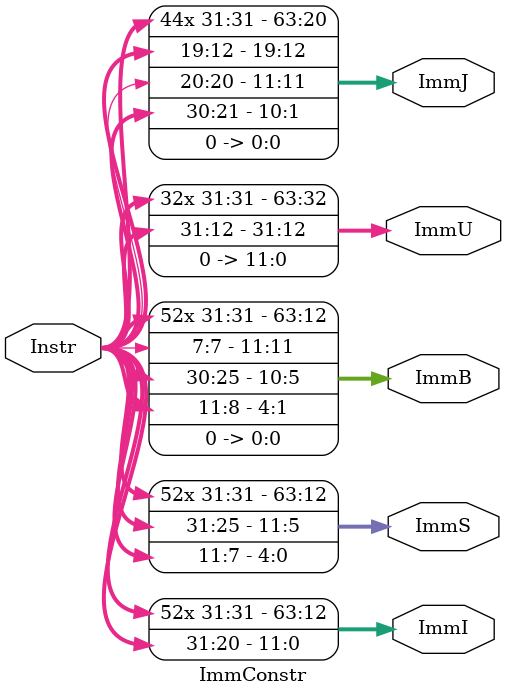
<source format=v>
`timescale 1ns / 1ps


module ImmConstr(
        input [31:0] Instr,
        output [63:0] ImmI,
        output [63:0] ImmS,
        output [63:0] ImmB,
        output [63:0] ImmU,
        output [63:0] ImmJ
    );
    
    assign ImmI = {{53{Instr[31]}},Instr[30:25],Instr[24:21],Instr[20]};
    assign ImmS = {{53{Instr[31]}},Instr[30:25],Instr[11:8],Instr[7]};
    assign ImmB = {{52{Instr[31]}},Instr[7],Instr[30:25],Instr[11:8],1'b0};
    assign ImmU = {{33{Instr[31]}},Instr[30:20],Instr[19:12],12'b0};
    assign ImmJ = {{44{Instr[31]}},Instr[19:12],Instr[20],Instr[30:25],Instr[24:21],1'b0};
    
endmodule

</source>
